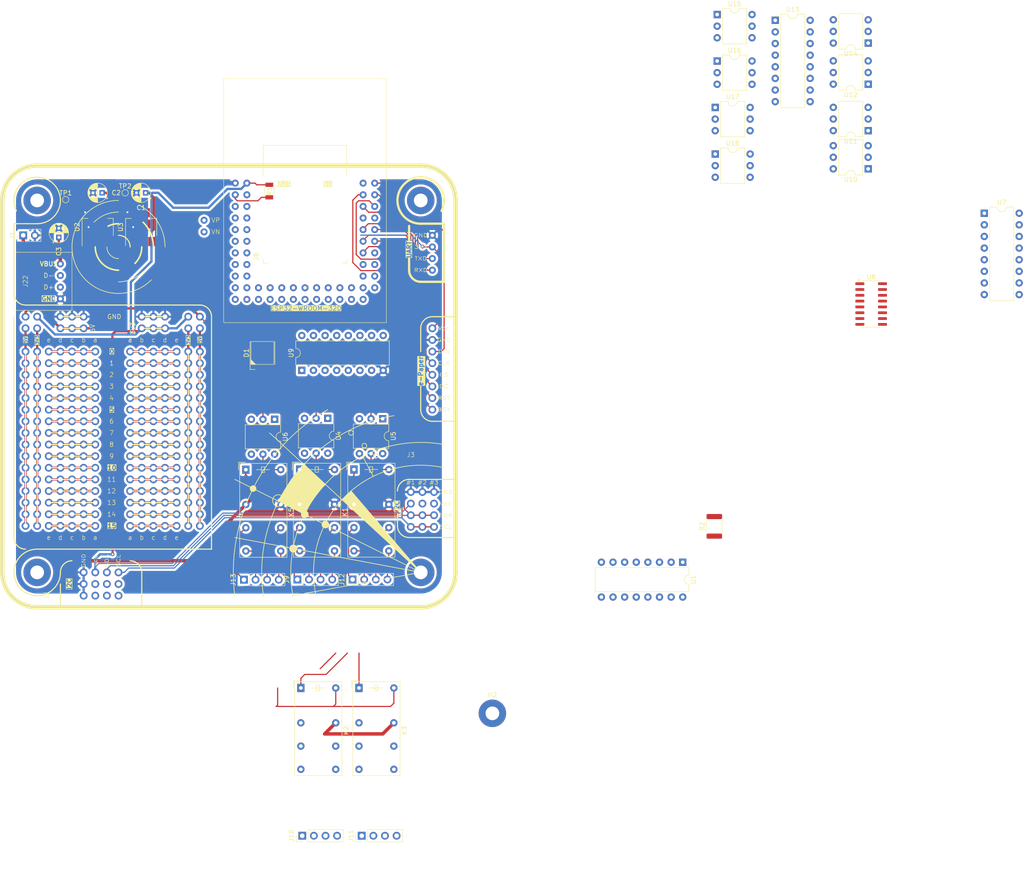
<source format=kicad_pcb>
(kicad_pcb (version 20240108) (generator "pcbnew") (generator_version "8.0")
  (title_block (title "ESP32-WROOM-32D Automation Board") (date "2024-01-15") (rev "v1.10") (company "CEGEP Heritage College") (comment 1 "Alexander Bobkov"))
  (layers (0 "F.Cu" signal) (31 "B.Cu" signal) (34 "B.Paste" user) (35 "F.Paste" user) (36 "B.SilkS" user "B.Silkscreen") (37 "F.SilkS" user "F.Silkscreen") (38 "B.Mask" user) (39 "F.Mask" user) (44 "Edge.Cuts" user))
  (net 0 "")
  (net 1 "Net-(J5-IO22)")
  (net 2 "Net-(J5-IO21)")
  (net 3 "Net-(J5-IO4)")
  (net 4 "Net-(J5-IO18)")
  (net 5 "Net-(J5-IO5)")
  (net 6 "Net-(J5-IO17)")
  (net 7 "Net-(J5-IO23)")
  (net 8 "Net-(J5-IO16)")
  (net 9 "Net-(J5-IO34)")
  (net 10 "Net-(J5-IO35)")
  (net 11 "Net-(J5-IO32)")
  (net 12 "Net-(J5-IO33)")
  (net 13 "Net-(J8-RXD0)")
  (net 14 "Net-(J5-IO25)")
  (net 15 "Net-(J5-IO26)")
  (net 16 "+3V3")
  (net 17 "GND")
  (net 18 "+5V")
  (net 19 "Net-(J5-IO27)")
  (net 20 "Net-(J5-IO14)")
  (net 21 "Net-(J5-IO12)")
  (net 22 "Net-(J5-IO0)")
  (net 23 "Net-(J5-IO19)")
  (net 24 "Net-(J5-EN)")
  (net 25 "Net-(J7-SENSOR_VP)")
  (net 26 "Net-(J7-SENSOR_VN)")
  (net 27 "Net-(J8-TXD0)")
  (net 28 "Net-(U1-O1)")
  (net 29 "Net-(D1-AB)")
  (net 30 "Net-(U4-Pad2)")
  (net 39 "Net-(J9-Pin_1)")
  (net 40 "Net-(J9-Pin_2)")
  (net 41 "Net-(J9-Pin_3)")
  (net 42 "Net-(J9-Pin_4)")
  (net 43 "Net-(U1-O2)")
  (net 44 "Net-(J10-Pin_1)")
  (net 45 "Net-(J10-Pin_2)")
  (net 46 "Net-(J10-Pin_3)")
  (net 47 "Net-(J10-Pin_4)")
  (net 48 "Net-(J11-Pin_1)")
  (net 49 "Net-(J11-Pin_2)")
  (net 50 "Net-(J11-Pin_3)")
  (net 51 "Net-(J11-Pin_4)")
  (net 52 "Net-(U5-Pad2)")
  (net 53 "VDC")
  (net 54 "Net-(J12-Pin_1)")
  (net 55 "Net-(J12-Pin_2)")
  (net 56 "Net-(J12-Pin_3)")
  (net 57 "Net-(J12-Pin_4)")
  (net 58 "Net-(K1-PadA2)")
  (net 59 "Net-(K4-PadA2)")
  (net 60 "unconnected-(U1-O3-Pad14)")
  (net 67 "Net-(J13-Pin_1)")
  (net 68 "Net-(J13-Pin_2)")
  (net 69 "Net-(J13-Pin_3)")
  (net 70 "Net-(J13-Pin_4)")
  (net 71 "Net-(K5-PadA2)")
  (net 112 "/SW5")
  (net 115 "/SW8")
  (net 116 "/SW7")
  (net 117 "/SW4")
  (net 119 "/SW6")
  (net 124 "Net-(R3-Pad1)")
  (net 125 "Net-(R4-Pad1)")
  (net 127 "Net-(R5-Pad1)")
  (net 134 "/I1")
  (net 135 "/I2")
  (net 136 "/I3")
  (net 146 "Net-(R6-Pad1)")
  (net 147 "/I4")
  (net 149 "Net-(R7-Pad1)")
  (net 151 "/I5")
  (net 154 "/I6")
  (net 155 "Net-(R8-Pad1)")
  (net 158 "/I7")
  (net 160 "Net-(R9-Pad1)")
  (net 163 "/I8")
  (net 164 "Net-(R10-Pad1)")
  (net 165 "/SW1")
  (footprint "Alexander Footprint Library:USB-C" (layer "F.Cu") (at 35.5475 82.45)
    (property "Reference" "J22")
    (property "Value" "USB-C")
  )
  (footprint "Connector_PinHeader_2.54mm:PinHeader_1x04_P2.54mm_Vertical" (layer "F.Cu") (at 101.95 141.25 90)
    (property "Reference" "J12")
    (property "Value" "Conn_01x04_Socket")
  )
  (footprint "Package_DIP:DIP-16_W7.62mm" (layer "F.Cu") (at 174.1 137.47 -90)
    (property "Reference" "U1")
    (property "Value" "ULN2003")
  )
  (footprint "Package_DIP:DIP-6_W7.62mm" (layer "F.Cu") (at 96.525 106.04 -90)
    (property "Reference" "U4")
    (property "Value" "4N35")
  )
  (footprint "Package_SO:SOIC-16_3.9x9.9mm_P1.27mm" (layer "F.Cu") (at 215.275 81.055)
    (property "Reference" "U8")
    (property "Value" "CH343G")
  )
  (footprint "Package_DIP:DIP-6_W7.62mm" (layer "F.Cu") (at 214.62 51.525 180)
    (property "Reference" "U10")
    (property "Value" "4N35")
  )
  (footprint "Relay_THT:Relay_DPDT_Finder_30.22" (layer "F.Cu") (at 102.25 117.22 -90)
    (property "Reference" "K4")
    (property "Value" "Relay_DPDT")
  )
  (footprint "MountingHole:MountingHole_3mm_Pad_TopBottom" (layer "F.Cu") (at 33.02 139.7)
    (property "Reference" "H1" (hide yes))
    (property "Value" "MountingHole")
  )
  (footprint "Package_TO_SOT_SMD:SOT-223-3_TabPin2" (layer "F.Cu") (at 55.75 64.25 90)
    (property "Reference" "U3")
    (property "Value" "MAX1726EUK33")
  )
  (footprint "Alexander Footprints Library:Conn_UART" (layer "F.Cu") (at 119.38 58.42)
    (property "Reference" "J6" (hide yes))
    (property "Value" "UART")
  )
  (footprint "MountingHole:MountingHole_3mm_Pad_TopBottom" (layer "F.Cu") (at 116.84 139.7)
    (property "Reference" "H1" (hide yes))
    (property "Value" "MountingHole")
  )
  (footprint "Package_DIP:DIP-6_W7.62mm" (layer "F.Cu") (at 181.62 17.795)
    (property "Reference" "U15")
    (property "Value" "4N35")
  )
  (footprint "Capacitor_THT:CP_Radial_D4.0mm_P2.00mm" (layer "F.Cu") (at 37.75 66.5 90)
    (property "Reference" "C3")
    (property "Value" "1uF")
  )
  (footprint "Capacitor_THT:CP_Radial_D4.0mm_P2.00mm" (layer "F.Cu") (at 47.2226 56.75 180)
    (property "Reference" "C2")
    (property "Value" "1uF")
  )
  (footprint "Alexander Footprints Library:STA_RMCF1206_STP-L" (layer "F.Cu") (at 83.75 56.3716 -90)
    (property "Reference" "R1")
    (property "Value" "10K")
  )
  (footprint "Package_DIP:DIP-6_W7.62mm" (layer "F.Cu") (at 214.62 33.005 180)
    (property "Reference" "U12")
    (property "Value" "4N35")
  )
  (footprint "MountingHole:MountingHole_3mm_Pad_TopBottom" (layer "F.Cu") (at 132.5 170.5)
    (property "Reference" "H2")
    (property "Value" "MountingHole")
  )
  (footprint "TestPoint:TestPoint_Pad_D1.0mm" (layer "F.Cu") (at 39.25 58.25)
    (property "Reference" "TP1")
    (property "Value" "VDC")
  )
  (footprint "Package_DIP:DIP-6_W7.62mm" (layer "F.Cu") (at 181.62 27.955)
    (property "Reference" "U16")
    (property "Value" "4N35")
  )
  (footprint "Connector_PinHeader_2.54mm:PinHeader_1x04_P2.54mm_Vertical" (layer "F.Cu") (at 89.88 141.25 90)
    (property "Reference" "J9")
    (property "Value" "Conn_01x04_Socket")
  )
  (footprint "Connector_PinHeader_2.54mm:PinHeader_1x04_P2.54mm_Vertical" (layer "F.Cu") (at 103.95 197.25 90)
    (property "Reference" "J11")
    (property "Value" "Conn_01x04_Socket")
  )
  (footprint "Connector_PinHeader_2.54mm:PinHeader_1x02_P2.54mm_Vertical" (layer "F.Cu") (at 29.975 66.04 90)
    (property "Reference" "J1")
    (property "Value" "PWR")
  )
  (footprint "Alexander Footprints Library:Conn_I2C_3" (layer "F.Cu") (at 35.56 144.78 90)
    (property "Reference" "J2")
    (property "Value" "I2C")
  )
  (footprint "Package_DIP:CERDIP-16_W7.62mm_SideBrazed" (layer "F.Cu") (at 90.86 95.555 90)
    (property "Reference" "U9")
    (property "Value" "74HC165")
  )
  (footprint "Package_DIP:DIP-6_W7.62mm" (layer "F.Cu") (at 214.62 43.165 180)
    (property "Reference" "U11")
    (property "Value" "4N35")
  )
  (footprint "TestPoint:TestPoint_Pad_D1.0mm" (layer "F.Cu") (at 52.25 56.75)
    (property "Reference" "TP2")
    (property "Value" "GND")
  )
  (footprint "Package_DIP:DIP-6_W7.62mm" (layer "F.Cu") (at 214.62 24.025 180)
    (property "Reference" "U14")
    (property "Value" "4N35")
  )
  (footprint "Capacitor_THT:CP_Radial_D4.0mm_P2.00mm" (layer "F.Cu") (at 56.7226 56.75 180)
    (property "Reference" "C1")
    (property "Value" "1uF")
  )
  (footprint "Package_DIP:CERDIP-16_W7.62mm_SideBrazed" (layer "F.Cu") (at 194.315 19.05)
    (property "Reference" "U13")
    (property "Value" "74HC165")
  )
  (footprint "Package_DIP:DIP-6_W7.62mm" (layer "F.Cu") (at 84.905 106.25 -90)
    (property "Reference" "U6")
    (property "Value" "4N35")
  )
  (footprint "MountingHole:MountingHole_3mm_Pad_TopBottom" (layer "F.Cu") (at 33.02 58.42)
    (property "Reference" "H3" (hide yes))
    (property "Value" "MountingHole")
  )
  (footprint "Resistor_SMD:R_1812_4532Metric" (layer "F.Cu") (at 181 129.6375 90)
    (property "Reference" "R2")
    (property "Value" "4k7")
  )
  (footprint "Package_TO_SOT_SMD:SOT-223-3_TabPin2" (layer "F.Cu") (at 46.25 64.25 90)
    (property "Reference" "U2")
    (property "Value" "MAX1726EUK50")
  )
  (footprint "Package_DIP:CERDIP-16_W7.62mm_SideBrazed" (layer "F.Cu") (at 240 61.21)
    (property "Reference" "U7")
    (property "Value" "74LS595")
  )
  (footprint "Alexander Footprints Library:Conn_ePaper" (layer "F.Cu") (at 119.38 81.28)
    (property "Reference" "J4" (hide yes))
    (property "Value" "e-Paper")
  )
  (footprint "MountingHole:MountingHole_3mm_Pad_TopBottom" (layer "F.Cu") (at 116.84 58.42)
    (property "Reference" "H4" (hide yes))
    (property "Value" "MountingHole")
  )
  (footprint "Alexander Footprints Library:Conn_I2C_3" (layer "F.Cu") (at 114.67 114.51)
    (property "Reference" "J3")
    (property "Value" "I2C")
  )
  (footprint "Package_DIP:DIP-6_W7.62mm" (layer "F.Cu") (at 181.2 38.1)
    (property "Reference" "U17")
    (property "Value" "4N35")
  )
  (footprint "Relay_THT:Relay_DPDT_Finder_30.22" (layer "F.Cu") (at 90.65 164.96 -90)
    (property "Reference" "K2")
    (property "Value" "Relay_DPDT")
  )
  (footprint "Alexander Footprints Library:BreadBoard_15x12" (layer "F.Cu") (at 27.94 134.62)
    (property "Reference" "BRD_15x1" (hide yes))
    (property "Value" "BreadBoard_15x12")
  )
  (footprint "Package_DIP:DIP-6_W7.62mm" (layer "F.Cu") (at 108.525 106.12 -90)
    (property "Reference" "U5")
    (property "Value" "4N35")
  )
  (footprint "Connector_PinHeader_2.54mm:PinHeader_1x04_P2.54mm_Vertical" (layer "F.Cu") (at 78.2 141.3 90)
    (property "Reference" "J13")
    (property "Value" "Conn_01x04_Socket")
  )
  (footprint "Relay_THT:Relay_DPDT_Finder_30.22" (layer "F.Cu") (at 90.38 117.22 -90)
    (property "Reference" "K1")
    (property "Value" "Relay_DPDT")
  )
  (footprint "Alexander Footprints Library:ESP32_PADS_VN-VP" (layer "F.Cu") (at 69.5 70.37)
    (property "Reference" "J7" (hide yes))
    (property "Value" "~" (hide yes))
  )
  (footprint "Connector_PinHeader_2.54mm:PinHeader_1x04_P2.54mm_Vertical" (layer "F.Cu") (at 90.95 197.25 90)
    (property "Reference" "J10")
    (property "Value" "Conn_01x04_Socket")
  )
  (footprint "Package_DIP:DIP-6_W7.62mm" (layer "F.Cu") (at 181.2 48.275)
    (property "Reference" "U18")
    (property "Value" "4N35")
  )
  (footprint "Alexander Footprints Library:ESP32-WROOM-Adapter-Socket" (layer "F.Cu") (at 91.55 62.26)
    (property "Reference" "J8")
    (property "Value" "~")
  )
  (footprint "LED_SMD:LED_5050-6" (layer "F.Cu") (at 82.25 91.75 90)
    (property "Reference" "D1")
    (property "Value" "LED_SMD_5050")
  )
  (footprint "Relay_THT:Relay_DPDT_Finder_30.22" (layer "F.Cu") (at 78.63 117.25 -90)
    (property "Reference" "K5")
    (property "Value" "Relay_DPDT")
  )
  (footprint "Relay_THT:Relay_DPDT_Finder_30.22" (layer "F.Cu") (at 103.35 164.96 -90)
    (property "Reference" "K3")
    (property "Value" "Relay_DPDT")
  )
  (gr_line (start 114.3 119.38) (end 124.46 119.38) (stroke (width 0.25)) (layer "F.SilkS"))
  (gr_arc (start 38.1 139.7) (mid 29.427898 143.292102) (end 33.02 134.62) (stroke (width 0.25)) (layer "F.SilkS"))
  (gr_line (start 55.88 139.7) (end 55.88 147.32) (stroke (width 0.25)) (layer "F.SilkS"))
  (gr_line (start 68.58 81.28) (end 30.48 81.28) (stroke (width 0.25)) (layer "F.SilkS"))
  (gr_line (start 124.466228 58.42) (end 124.46 139.7) (stroke (width 1)) (layer "F.SilkS"))
  (gr_line (start 114.3 64) (end 114.3 67.25) (stroke (width 0.5)) (layer "F.SilkS"))
  (gr_arc (start 68.58 81.28) (mid 70.376051 82.023949) (end 71.12 83.82) (stroke (width 0.25)) (layer "F.SilkS"))
  (gr_line (start 116.84 104.14) (end 116.84 99.06) (stroke (width 0.25)) (layer "F.SilkS"))
  (gr_arc (start 116.531846 50.8) (mid 122.122486 52.919572) (end 124.466228 58.42) (stroke (width 1)) (layer "F.SilkS"))
  (gr_line (start 33.02 147.32) (end 116.84 147.32) (stroke (width 1)) (layer "F.SilkS"))
  (gr_line (start 119.38 106.68) (end 124.46 106.68) (stroke (width 0.25)) (layer "F.SilkS"))
  (gr_line (start 27.94 63.5) (end 33.02 63.5) (stroke (width 0.25)) (layer "F.SilkS"))
  (gr_line (start 116.84 86.36) (end 116.84 91.44) (stroke (width 0.25)) (layer "F.SilkS"))
  (gr_circle (center 107.03 114.25) (end 107.03 113.75) (stroke (width 0.15)) (fill none) (layer "F.SilkS"))
  (gr_arc (start 124.46 139.7) (mid 122.228154 145.088154) (end 116.84 147.32) (stroke (width 1)) (layer "F.SilkS"))
  (gr_line (start 55.88 147.32) (end 40.64 147.32) (stroke (width 0.15)) (layer "F.SilkS"))
  (gr_arc (start 68.58 81.28) (mid 70.376051 82.023949) (end 71.12 83.82) (stroke (width 0.15)) (layer "F.SilkS"))
  (gr_circle (center 96 129.25) (end 96.75 129.25) (stroke (width 0.15)) (fill solid) (layer "F.SilkS"))
  (gr_arc (start 116.84 76.2) (mid 115.043949 75.456051) (end 114.3 73.66) (stroke (width 0.5)) (layer "F.SilkS"))
  (gr_line (start 119.38 83.82) (end 124.46 83.82) (stroke (width 0.25)) (layer "F.SilkS"))
  (gr_line (start 116.84 139.7) (end 83.82 109.22) (stroke (width 0.15)) (layer "F.SilkS"))
  (gr_arc (start 82.5 145) (mid 88.646929 119.390487) (end 110.991322 105.449182) (stroke (width 0.15)) (layer "F.SilkS"))
  (gr_arc (start 45.411846 63.191846) (mid 47.883952 61.540038) (end 50.8 60.96) (stroke (width 0.15)) (layer "F.SilkS"))
  (gr_line (start 116.84 139.7) (end 76.2 119.38) (stroke (width 0.15)) (layer "F.SilkS"))
  (gr_arc (start 30.48 81.28) (mid 28.683949 80.536051) (end 27.94 78.74) (stroke (width 0.25)) (layer "F.SilkS"))
  (gr_line (start 114.3 132.08) (end 124.46 132.08) (stroke (width 0.25)) (layer "F.SilkS"))
  (gr_circle (center 91.5 127) (end 92.25 127) (stroke (width 0.15)) (fill solid) (layer "F.SilkS"))
  (gr_poly (pts (xy 99.75 123.75) (xy 101.6 121.92) (xy 116.84 139.7)) (stroke (width 0.15)) (fill solid) (layer "F.SilkS"))
  (gr_arc (start 48.528155 64.03631) (mid 49.632855 63.635895) (end 50.8 63.5) (stroke (width 0.35)) (layer "F.SilkS"))
  (gr_arc (start 57.984205 75.764205) (mid 41.413384 72.468064) (end 50.8 58.42) (stroke (width 0.15)) (layer "F.SilkS"))
  (gr_arc (start 53.34 137.16) (mid 55.136051 137.903949) (end 55.88 139.7) (stroke (width 0.25)) (layer "F.SilkS"))
  (gr_arc (start 111.76 121.92) (mid 112.503949 120.123949) (end 114.3 119.38) (stroke (width 0.25)) (layer "F.SilkS"))
  (gr_line (start 27.94 78.74) (end 27.94 63.5) (stroke (width 0.25)) (layer "F.SilkS"))
  (gr_arc (start 38.1 139.7) (mid 38.843949 137.903949) (end 40.64 137.16) (stroke (width 0.25)) (layer "F.SilkS"))
  (gr_line (start 111.76 129.54) (end 111.76 127) (stroke (width 0.25)) (layer "F.SilkS"))
  (gr_arc (start 88.9 144.78) (mid 96.759537 119.619537) (end 121.92 111.76) (stroke (width 0.15)) (layer "F.SilkS"))
  (gr_arc (start 50.8 71.12) (mid 49.003949 70.376051) (end 48.26 68.58) (stroke (width 0.15)) (layer "F.SilkS"))
  (gr_arc (start 55.88 68.58) (mid 55.493308 70.524032) (end 54.392102 72.172102) (stroke (width 0.35)) (layer "F.SilkS"))
  (gr_line (start 38.1 147.32) (end 38.1 142.24) (stroke (width 0.25)) (layer "F.SilkS"))
  (gr_arc (start 50.8 73.66) (mid 47.207898 72.172102) (end 45.72 68.58) (stroke (width 0.35)) (layer "F.SilkS"))
  (gr_arc (start 38.1 58.42) (mid 36.612102 62.012102) (end 33.02 63.5) (stroke (width 0.25)) (layer "F.SilkS"))
  (gr_line (start 33.02 134.62) (end 71.12 134.62) (stroke (width 0.25)) (layer "F.SilkS"))
  (gr_arc (start 76.2 144.78) (mid 80.207599 121.3838) (end 96.52 104.14) (stroke (width 0.15)) (layer "F.SilkS"))
  (gr_arc (start 50.8 66.04) (mid 52.596051 66.783949) (end 53.34 68.58) (stroke (width 0.25)) (layer "F.SilkS"))
  (gr_line (start 27.94 83.82) (end 27.94 132.08) (stroke (width 0.25)) (layer "F.SilkS"))
  (gr_arc (start 119.38 106.68) (mid 117.583949 105.936051) (end 116.84 104.14) (stroke (width 0.25)) (layer "F.SilkS"))
  (gr_poly (pts (xy 85.75 124) (xy 91.5 127) (xy 92.75 124.5) (xy 94 122.75) (xy 95.25 121.25) (xy 96 120.5) (xy 91.25 116) (xy 88.5 119.5)) (stroke (width 0.15)) (fill solid) (layer "F.SilkS"))
  (gr_line (start 114.3 73.66) (end 114.3 71.12) (stroke (width 0.5)) (layer "F.SilkS"))
  (gr_circle (center 80.207599 121.3838) (end 80.842816 121.3838) (stroke (width 0.15)) (fill solid) (layer "F.SilkS"))
  (gr_line (start 116.84 139.7) (end 88.9 144.78) (stroke (width 0.15)) (layer "F.SilkS"))
  (gr_arc (start 116.84 86.36) (mid 117.583949 84.563949) (end 119.38 83.82) (stroke (width 0.25)) (layer "F.SilkS"))
  (gr_arc (start 56.188154 63.191846) (mid 57.839962 65.663952) (end 58.42 68.58) (stroke (width 0.35)) (layer "F.SilkS"))
  (gr_line (start 116.84 139.7) (end 101.6 121.92) (stroke (width 0.15)) (layer "F.SilkS"))
  (gr_line (start 121.92 63.499999) (end 121.92 76.2) (stroke (width 0.5)) (layer "F.SilkS"))
  (gr_arc (start 93.980001 144.78) (mid 100.281227 123.141227) (end 121.92 116.840001) (stroke (width 0.15)) (layer "F.SilkS"))
  (gr_circle (center 85.75 124) (end 86 125.25) (stroke (width 0.15)) (fill none) (layer "F.SilkS"))
  (gr_circle (center 101.6 109.22) (end 101.78 108.75) (stroke (width 0.15)) (fill none) (layer "F.SilkS"))
  (gr_line (start 116.84 63.5) (end 121.92 63.499999) (stroke (width 0.5)) (layer "F.SilkS"))
  (gr_circle (center 89 134.5) (end 89.790569 134.5) (stroke (width 0.15)) (fill solid) (layer "F.SilkS"))
  (gr_line (start 71.12 83.82) (end 71.12 134.62) (stroke (width 0.25)) (layer "F.SilkS"))
  (gr_arc (start 33.02 147.32) (mid 27.631846 145.088154) (end 25.4 139.7) (stroke (width 1)) (layer "F.SilkS"))
  (gr_circle (center 104.53 112) (end 104.53 111.5) (stroke (width 0.15)) (fill none) (layer "F.SilkS"))
  (gr_arc (start 28.47631 60.691845) (mid 31.852856 53.475894) (end 38.1 58.42) (stroke (width 0.25)) (layer "F.SilkS"))
  (gr_circle (center 88.9 144.78) (end 88.9 144.78) (stroke (width 0.15)) (fill none) (layer "F.SilkS"))
  (gr_arc (start 116.84 63.5) (mid 114.169286 54.098694) (end 121.38369 60.691845) (stroke (width 0.5)) (layer "F.SilkS"))
  (gr_arc (start 25.4 58.42) (mid 27.631846 53.031846) (end 33.02 50.8) (stroke (width 1)) (layer "F.SilkS"))
  (gr_arc (start 56.188154 73.968154) (mid 53.716048 75.619962) (end 50.8 76.2) (stroke (width 0.15)) (layer "F.SilkS"))
  (gr_line (start 106.5 118.75) (end 104.14 114.3) (stroke (width 0.15)) (layer "F.SilkS"))
  (gr_line (start 116.84 139.7) (end 76.2 132.08) (stroke (width 0.15)) (layer "F.SilkS"))
  (gr_arc (start 55.34369 59.49262) (mid 59.442612 63.238572) (end 60.96 68.58) (stroke (width 0.15)) (layer "F.SilkS"))
  (gr_arc (start 30.48 134.62) (mid 28.683949 133.876051) (end 27.94 132.08) (stroke (width 0.25)) (layer "F.SilkS"))
  (gr_line (start 116.84 76.2) (end 121.92 76.2) (stroke (width 0.5)) (layer "F.SilkS"))
  (gr_arc (start 114.3 132.08) (mid 112.503949 131.336051) (end 111.76 129.54) (stroke (width 0.25)) (layer "F.SilkS"))
  (gr_line (start 25.4 58.42) (end 25.4 139.7) (stroke (width 1)) (layer "F.SilkS"))
  (gr_line (start 116.531846 50.8) (end 33.02 50.8) (stroke (width 1)) (layer "F.SilkS"))
  (gr_line (start 116.84 50.8) (end 33.02 50.8) (stroke (width 0.1)) (layer "Edge.Cuts"))
  (gr_arc (start 25.4 58.42) (mid 27.631846 53.031846) (end 33.02 50.8) (stroke (width 0.1)) (layer "Edge.Cuts"))
  (gr_arc (start 33.02 147.32) (mid 27.631846 145.088154) (end 25.4 139.7) (stroke (width 0.1)) (layer "Edge.Cuts"))
  (gr_line (start 124.46 58.42) (end 124.46 139.7) (stroke (width 0.1)) (layer "Edge.Cuts"))
  (gr_line (start 25.4 58.42) (end 25.4 139.7) (stroke (width 0.1)) (layer "Edge.Cuts"))
  (gr_arc (start 116.84 50.8) (mid 122.228154 53.031846) (end 124.46 58.42) (stroke (width 0.1)) (layer "Edge.Cuts"))
  (gr_line (start 116.84 147.32) (end 33.02 147.32) (stroke (width 0.1)) (layer "Edge.Cuts"))
  (gr_arc (start 124.46 139.7) (mid 122.228154 145.088154) (end 116.84 147.32) (stroke (width 0.1)) (layer "Edge.Cuts"))
  (gr_text "5V" (at 96.5 54.25 0) (layer "F.SilkS" knockout) (effects (font (size 1 1) (thickness 0.125)) (justify top)))
  (gr_text "3V3" (at 87 54.25 0) (layer "F.SilkS" knockout) (effects (font (size 1 1) (thickness 0.125)) (justify top)))
  (segment (start 80.55 89.35) (end 83.95 89.35) (width 0.25) (layer "F.Cu") (net 0))
  (segment (start 111.75 73.75) (end 103.75 73.75) (width 0.25) (layer "F.Cu") (net 1))
  (segment (start 114.67 129.75) (end 119.75 129.75) (width 0.25) (layer "F.Cu") (net 1))
  (segment (start 112.75 127.83) (end 112.75 74.75) (width 0.25) (layer "F.Cu") (net 1))
  (segment (start 103.75 73.75) (end 102 72) (width 0.25) (layer "F.Cu") (net 1))
  (segment (start 102 58.35237) (end 103.17237 57.18) (width 0.25) (layer "F.Cu") (net 1))
  (segment (start 102 72) (end 102 58.35237) (width 0.25) (layer "F.Cu") (net 1))
  (segment (start 103.17237 57.18) (end 104.25 57.18) (width 0.25) (layer "F.Cu") (net 1))
  (segment (start 114.67 129.75) (end 112.75 127.83) (width 0.25) (layer "F.Cu") (net 1))
  (segment (start 112.75 74.75) (end 111.75 73.75) (width 0.25) (layer "F.Cu") (net 1))
  (segment (start 112.67 127.75) (end 74 127.75) (width 0.25) (layer "B.Cu") (net 1))
  (segment (start 53 138.75) (end 52.05 139.7) (width 0.25) (layer "B.Cu") (net 1))
  (segment (start 114.67 129.75) (end 112.67 127.75) (width 0.25) (layer "B.Cu") (net 1))
  (segment (start 63 138.75) (end 53 138.75) (width 0.25) (layer "B.Cu") (net 1))
  (segment (start 74 127.75) (end 63 138.75) (width 0.25) (layer "B.Cu") (net 1))
  (segment (start 52.05 139.7) (end 50.8 139.7) (width 0.25) (layer "B.Cu") (net 1))
  (segment (start 112.8 73.868376) (end 112.8 71.8) (width 0.25) (layer "F.Cu") (net 2))
  (segment (start 103.75 71.25) (end 102.75 70.25) (width 0.25) (layer "F.Cu") (net 2))
  (segment (start 113.25 74.318376) (end 112.8 73.868376) (width 0.25) (layer "F.Cu") (net 2))
  (segment (start 114.67 127.21) (end 119.75 127.21) (width 0.25) (layer "F.Cu") (net 2))
  (segment (start 112.8 71.8) (end 112.25 71.25) (width 0.25) (layer "F.Cu") (net 2))
  (segment (start 114.67 127.21) (end 113.25 125.79) (width 0.25) (layer "F.Cu") (net 2))
  (segment (start 102.75 59) (end 103.25 58.5) (width 0.25) (layer "F.Cu") (net 2))
  (segment (start 103.25 58.5) (end 105.57 58.5) (width 0.25) (layer "F.Cu") (net 2))
  (segment (start 102.75 70.25) (end 102.75 59) (width 0.25) (layer "F.Cu") (net 2))
  (segment (start 113.25 125.79) (end 113.25 74.318376) (width 0.25) (layer "F.Cu") (net 2))
  (segment (start 105.57 58.5) (end 106.79 59.72) (width 0.25) (layer "F.Cu") (net 2))
  (segment (start 112.25 71.25) (end 103.75 71.25) (width 0.25) (layer "F.Cu") (net 2))
  (segment (start 48.26 139.7) (end 48.26 138.99) (width 0.25) (layer "B.Cu") (net 2))
  (segment (start 48.26 138.99) (end 49 138.25) (width 0.25) (layer "B.Cu") (net 2))
  (segment (start 114.63 127.25) (end 114.67 127.21) (width 0.25) (layer "B.Cu") (net 2))
  (segment (start 62.792893 138.25) (end 73.792893 127.25) (width 0.25) (layer "B.Cu") (net 2))
  (segment (start 49 138.25) (end 62.792893 138.25) (width 0.25) (layer "B.Cu") (net 2))
  (segment (start 73.792893 127.25) (end 114.63 127.25) (width 0.25) (layer "B.Cu") (net 2))
  (segment (start 113.25 69.375) (end 112.375 68.5) (width 0.25) (layer "F.Cu") (net 3))
  (segment (start 105.48 68.5) (end 104.14 69.84) (width 0.25) (layer "F.Cu") (net 3))
  (segment (start 113.3 73.66127) (end 113.3 71.592893) (width 0.25) (layer "F.Cu") (net 3))
  (segment (start 113.3 71.592893) (end 113.25 71.542894) (width 0.25) (layer "F.Cu") (net 3))
  (segment (start 119.38 104.14) (end 116 100.76) (width 0.25) (layer "F.Cu") (net 3))
  (segment (start 116 100.76) (end 116 76.361269) (width 0.25) (layer "F.Cu") (net 3))
  (segment (start 113.25 71.542894) (end 113.25 69.375) (width 0.25) (layer "F.Cu") (net 3))
  (segment (start 112.375 68.5) (end 105.48 68.5) (width 0.25) (layer "F.Cu") (net 3))
  (segment (start 116 76.361269) (end 113.3 73.66127) (width 0.25) (layer "F.Cu") (net 3))
  (segment (start 115.250002 68.54658) (end 115.25 68.546575) (width 0.25) (layer "F.Cu") (net 4))
  (segment (start 115.05 66.05) (end 112.5 63.5) (width 0.25) (layer "F.Cu") (net 4))
  (segment (start 115.299992 70.764445) (end 115.25 70.714454) (width 0.25) (layer "F.Cu") (net 4))
  (segment (start 115.3 72.832846) (end 115.3 72.421315) (width 0.25) (layer "F.Cu") (net 4))
  (segment (start 115.200002 67.578686) (end 115.2 67.578681) (width 0.25) (layer "F.Cu") (net 4))
  (segment (start 119.38 93.98) (end 118 92.6) (width 0.25) (layer "F.Cu") (net 4))
  (segment (start 115.15 66.235787) (end 115.1 66.185787) (width 0.25) (layer "F.Cu") (net 4))
  (segment (start 115.05 66.092893) (end 115.05 66.05) (width 0.25) (layer "F.Cu") (net 4))
  (segment (start 115.1 66.185787) (end 115.1 66.142894) (width 0.25) (layer "F.Cu") (net 4))
  (segment (start 115.2 67.578681) (end 115.15 67.528681) (width 0.25) (layer "F.Cu") (net 4))
  (segment (start 112.5 63.5) (end 105.4 63.5) (width 0.25) (layer "F.Cu") (net 4))
  (segment (start 115.25 68.546575) (end 115.200001 68.496576) (width 0.25) (layer "F.Cu") (net 4))
  (segment (start 115.299997 70.764459) (end 115.299992 70.764445) (width 0.25) (layer "F.Cu") (net 4))
  (segment (start 115.200001 68.496576) (end 115.200002 67.578686) (width 0.25) (layer "F.Cu") (net 4))
  (segment (start 115.1 66.142894) (end 115.05 66.092893) (width 0.25) (layer "F.Cu") (net 4))
  (segment (start 118 92.6) (end 118 75.532845) (width 0.25) (layer "F.Cu") (net 4))
  (segment (start 105.4 63.5) (end 104.14 64.76) (width 0.25) (layer "F.Cu") (net 4))
  (segment (start 115.15 67.528681) (end 115.150002 66.235792) (width 0.25) (layer "F.Cu") (net 4))
  (segment (start 115.150002 66.235792) (end 115.15 66.235787) (width 0.25) (layer "F.Cu") (net 4))
  (segment (start 115.25 70.714454) (end 115.250002 68.54658) (width 0.25) (layer "F.Cu") (net 4))
  (segment (start 115.300005 72.42131) (end 115.299997 70.764459) (width 0.25) (layer "F.Cu") (net 4))
  (segment (start 118 75.532845) (end 115.3 72.832846) (width 0.25) (layer "F.Cu") (net 4))
  (segment (start 115.3 72.421315) (end 115.300005 72.42131) (width 0.25) (layer "F.Cu") (net 4))
  (segment (start 114.65 66.442894) (end 114.6 66.392893) (width 0.25) (layer "F.Cu") (net 5))
  (segment (start 113.01 64.76) (end 106.68 64.76) (width 0.25) (layer "F.Cu") (net 5))
  (segment (start 114.75 68.753681) (end 114.7 68.703681) (width 0.25) (layer "F.Cu") (net 5))
  (segment (start 114.6 66.35) (end 113.01 64.76) (width 0.25) (layer "F.Cu") (net 5))
  (segment (start 117.5 94.64) (end 117.5 75.739951) (width 0.25) (layer "F.Cu") (net 5))
  (segment (start 114.750002 68.753686) (end 114.75 68.753681) (width 0.25) (layer "F.Cu") (net 5))
  (segment (start 114.799998 70.971568) (end 114.799994 70.971564) (width 0.25) (layer "F.Cu") (net 5))
  (segment (start 114.8 73.039952) (end 114.8 72.214209) (width 0.25) (layer "F.Cu") (net 5))
  (segment (start 114.799994 70.971557) (end 114.75 70.921564) (width 0.25) (layer "F.Cu") (net 5))
  (segment (start 114.7 68.703681) (end 114.700002 67.785792) (width 0.25) (layer "F.Cu") (net 5))
  (segment (start 114.7 67.785787) (end 114.65 67.735787) (width 0.25) (layer "F.Cu") (net 5))
  (segment (start 114.800004 72.214205) (end 114.799998 70.971568) (width 0.25) (layer "F.Cu") (net 5))
  (segment (start 114.6 66.392893) (end 114.6 66.35) (width 0.25) (layer "F.Cu") (net 5))
  (segment (start 117.5 75.739951) (end 114.8 73.039952) (width 0.25) (layer "F.Cu") (net 5))
  (segment (start 114.799994 70.971564) (end 114.799994 70.971557) (width 0.25) (layer "F.Cu") (net 5))
  (segment (start 114.75 70.921564) (end 114.750002 68.753686) (width 0.25) (layer "F.Cu") (net 5))
  (segment (start 114.700002 67.785792) (end 114.7 67.785787) (width 0.25) (layer "F.Cu") (net 5))
  (segment (start 114.8 72.214209) (end 114.800004 72.214205) (width 0.25) (layer "F.Cu") (net 5))
  (segment (start 119.38 96.52) (end 117.5 94.64) (width 0.25) (layer "F.Cu") (net 5))
  (segment (start 114.65 67.735787) (end 114.65 66.442894) (width 0.25) (layer "F.Cu") (net 5))
  (segment (start 114.250002 68.960792) (end 114.25 68.960787) (width 0.25) (layer "F.Cu") (net 6))
  (segment (start 114.300003 72.0071) (end 114.299999 71.178677) (width 0.25) (layer "F.Cu") (net 6))
  (segment (start 114.25 71.128674) (end 114.250002 68.960792) (width 0.25) (layer "F.Cu") (net 6))
  (segment (start 114.25 68.960787) (end 114.2 68.910787) (width 0.25) (layer "F.Cu") (net 6))
  (segment (start 114.3 73.247058) (end 114.3 72.007103) (width 0.25) (layer "F.Cu") (net 6))
  (segment (start 117 96.68) (end 117 75.947057) (width 0.25) (layer "F.Cu") (net 6))
  (segment (start 114.2 68.910787) (end 114.2 67.992894) (width 0.25) (layer "F.Cu") (net 6))
  (segment (start 119.38 99.06) (end 117 96.68) (width 0.25) (layer "F.Cu") (net 6))
  (segment (start 114.299996 71.178669) (end 114.25 71.128674) (width 0.25) (layer "F.Cu") (net 6))
  (segment (start 114.15 67.942893) (end 114.15 66.65) (width 0.25) (layer "F.Cu") (net 6))
  (segment (start 114.15 66.65) (end 113.5 66) (width 0.25) (layer "F.Cu") (net 6))
  (segment (start 105.44 66) (end 104.14 67.3) (width 0.25) (layer "F.Cu") (net 6))
  (segment (start 114.2 67.992894) (end 114.15 67.942893) (width 0.25) (layer "F.Cu") (net 6))
  (segment (start 113.5 66) (end 105.44 66) (width 0.25) (layer "F.Cu") (net 6))
  (segment (start 117 75.947057) (end 114.3 73.247058) (width 0.25) (layer "F.Cu") (net 6))
  (segment (start 114.3 72.007103) (end 114.300003 72.0071) (width 0.25) (layer "F.Cu") (net 6))
  (segment (start 114.299999 71.178677) (end 114.299996 71.178669) (width 0.25) (layer "F.Cu") (net 6))
  (segment (start 108.75 55.25) (end 108.14 54.64) (width 0.25) (layer "F.Cu") (net 7))
  (segment (start 121.95 90.8) (end 121.95 65.2) (width 0.25) (layer "F.Cu") (net 7))
  (segment (start 121.31 91.44) (end 121.95 90.8) (width 0.25) (layer "F.Cu") (net 7))
  (segment (start 108.14 54.64) (end 106.79 54.64) (width 0.25) (layer "F.Cu") (net 7))
  (segment (start 116.75 64.75) (end 108.75 56.75) (width 0.25) (layer "F.Cu") (net 7))
  (segment (start 108.75 56.75) (end 108.75 55.25) (width 0.25) (layer "F.Cu") (net 7))
  (segment (start 121.5 64.75) (end 116.75 64.75) (width 0.25) (layer "F.Cu") (net 7))
  (segment (start 119.38 91.44) (end 121.31 91.44) (width 0.25) (layer "F.Cu") (net 7))
  (segment (start 121.95 65.2) (end 121.5 64.75) (width 0.25) (layer "F.Cu") (net 7))
  (segment (start 113.8 73.454164) (end 113.8 71.799997) (width 0.25) (layer "F.Cu") (net 8))
  (segment (start 113.7 69.117893) (end 113.7 68.2) (width 0.25) (layer "F.Cu") (net 8))
  (segment (start 113.8 71.799997) (end 113.800002 71.799995) (width 0.25) (layer "F.Cu") (net 8))
  (segment (start 116.5 98.72) (end 116.5 76.154163) (width 0.25) (layer "F.Cu") (net 8))
  (segment (start 113.8 71.385786) (end 113.799998 71.385781) (width 0.25) (layer "F.Cu") (net 8))
  (segment (start 113.799998 71.385781) (end 113.75 71.335784) (width 0.25) (layer "F.Cu") (net 8))
  (segment (start 113.7 68.2) (end 112.8 67.3) (width 0.25) (layer "F.Cu") (net 8))
  (segment (start 113.800002 71.799995) (end 113.8 71.385786) (width 0.25) (layer "F.Cu") (net 8))
  (segment (start 119.38 101.6) (end 116.5 98.72) (width 0.25) (layer "F.Cu") (net 8))
  (segment (start 112.8 67.3) (end 106.68 67.3) (width 0.25) (layer "F.Cu") (net 8))
  (segment (start 116.5 76.154163) (end 113.8 73.454164) (width 0.25) (layer "F.Cu") (net 8))
  (segment (start 113.75 69.167894) (end 113.7 69.117893) (width 0.25) (layer "F.Cu") (net 8))
  (segment (start 113.75 71.335784) (end 113.75 69.167894) (width 0.25) (layer "F.Cu") (net 8))
  (segment (start 110.75 61) (end 105.46 61) (width 0.25) (layer "F.Cu") (net 13))
  (segment (start 115.79999 70.557333) (end 115.75 70.507344) (width 0.25) (layer "F.Cu") (net 13))
  (segment (start 115.79999 71.15762) (end 115.79999 70.557333) (width 0.25) (layer "F.Cu") (net 13))
  (segment (start 115.700001 68.28947) (end 115.700002 67.37158) (width 0.25) (layer "F.Cu") (net 13))
  (segment (start 115.600002 65.978683) (end 115.600002 65.935792) (width 0.25) (layer "F.Cu") (net 13))
  (segment (start 119.38 73.66) (end 118.30237 73.66) (width 0.25) (layer "F.Cu") (net 13))
  (segment (start 115.5 65.75) (end 110.75 61) (width 0.25) (layer "F.Cu") (net 13))
  (segment (start 115.65 66.028681) (end 115.600002 65.978683) (width 0.25) (layer "F.Cu") (net 13))
  (segment (start 115.600002 65.935792) (end 115.6 65.935787) (width 0.25) (layer "F.Cu") (net 13))
  (segment (start 115.55 65.885787) (end 115.55 65.842894) (width 0.25) (layer "F.Cu") (net 13))
  (segment (start 115.75 68.339469) (end 115.700001 68.28947) (width 0.25) (layer "F.Cu") (net 13))
  (segment (start 115.55 65.842894) (end 115.5 65.792893) (width 0.25) (layer "F.Cu") (net 13))
  (segment (start 115.75 70.507344) (end 115.750002 68.339474) (width 0.25) (layer "F.Cu") (net 13))
  (segment (start 105.46 61) (end 104.14 59.68) (width 0.25) (layer "F.Cu") (net 13))
  (segment (start 115.750002 68.339474) (end 115.75 68.339469) (width 0.25) (layer "F.Cu") (net 13))
  (segment (start 115.65 67.321575) (end 115.650002 66.028686) (width 0.25) (layer "F.Cu") (net 13))
  (segment (start 115.7 67.371575) (end 115.65 67.321575) (width 0.25) (layer "F.Cu") (net 13))
  (segment (start 115.5 65.792893) (end 115.5 65.75) (width 0.25) (layer "F.Cu") (net 13))
  (segment (start 115.700002 67.37158) (end 115.7 67.371575) (width 0.25) (layer "F.Cu") (net 13))
  (segment (start 115.6 65.935787) (end 115.55 65.885787) (width 0.25) (layer "F.Cu") (net 13))
  (segment (start 115.650002 66.028686) (end 115.65 66.028681) (width 0.25) (layer "F.Cu") (net 13))
  (segment (start 118.30237 73.66) (end 115.79999 71.15762) (width 0.25) (layer "F.Cu") (net 13))
  (segment (start 49.5 132.12) (end 49.5 135.75) (width 0.5) (layer "F.Cu") (net 16))
  (segment (start 55.24 87) (end 55.88 86.36) (width 0.5) (layer "F.Cu") (net 16))
  (segment (start 49.46 132.08) (end 49.5 132.12) (width 0.5) (layer "F.Cu") (net 16))
  (segment (start 121 84.74) (end 121 70.2) (width 0.25) (layer "F.Cu") (net 16))
  (segment (start 58.5 64.75) (end 58.5 57.75) (width 0.5) (layer "F.Cu") (net 16))
  (segment (start 58 65.25) (end 58.5 64.75) (width 0.5) (layer "F.Cu") (net 16))
  (segment (start 121 70.2) (end 119.38 68.58) (width 0.25) (layer "F.Cu") (net 16))
  (segment (start 119.38 86.36) (end 121 84.74) (width 0.25) (layer "F.Cu") (net 16))
  (segment (start 83.75 55) (end 81 55) (width 0.25) (layer "F.Cu") (net 16))
  (segment (start 58 67.35) (end 58 65.25) (width 0.5) (layer "F.Cu") (net 16))
  (segment (start 81 55) (end 80.64 54.64) (width 0.25) (layer "F.Cu") (net 16))
  (segment (start 117.33 68.58) (end 117.25 68.5) (width 0.25) (layer "F.Cu") (net 16))
  (segment (start 49.46 132.08) (end 49.46 87.665) (width 0.5) (layer "F.Cu") (net 16))
  (segment (start 58.05 67.4) (end 58 67.35) (width 0.5) (layer "F.Cu") (net 16))
  (segment (start 49.46 87.665) (end 50.125 87) (width 0.5) (layer "F.Cu") (net 16))
  (segment (start 58.5 57.75) (end 57.5 56.75) (width 0.5) (layer "F.Cu") (net 16))
  (segment (start 50.125 87) (end 55.24 87) (width 0.5) (layer "F.Cu") (net 16))
  (segment (start 119.38 68.58) (end 117.33 68.58) (width 0.25) (layer "F.Cu") (net 16))
  (segment (start 80.64 54.64) (end 78.85 54.64) (width 0.25) (layer "F.Cu") (net 16))
  (segment (start 57.5 56.75) (end 56.7226 56.75) (width 0.5) (layer "F.Cu") (net 16))
  (via (at 49.5 135.75) (size 0.8) (drill 0.4) (layers "F.Cu" "B.Cu") (net 16))
  (via (at 117.25 68.5) (size 0.8) (drill 0.4) (layers "F.Cu" "B.Cu") (net 16))
  (segment (start 46.75 135.75) (end 45.72 136.78) (width 0.5) (layer "B.Cu") (net 16))
  (segment (start 56.7226 56.75) (end 57.75 56.75) (width 0.5) (layer "B.Cu") (net 16))
  (segment (start 53.5 86.96) (end 52.75 87.71) (width 0.5) (layer "B.Cu") (net 16))
  (segment (start 58.25 56.75) (end 59.5 56.75) (width 0.5) (layer "B.Cu") (net 16))
  (segment (start 63.5 86.36) (end 55.88 86.36) (width 0.5) (layer "B.Cu") (net 16))
  (segment (start 77.588 55.902) (end 78.85 54.64) (width 0.5) (layer "B.Cu") (net 16))
  (segment (start 58 71.75) (end 53.5 76.25) (width 0.5) (layer "B.Cu") (net 16))
  (segment (start 58 57) (end 58.25 56.75) (width 0.5) (layer "B.Cu") (net 16))
  (segment (start 112.59 126.75) (end 73.585786 126.75) (width 0.25) (layer "B.Cu") (net 16))
  (segment (start 73.585786 126.75) (end 62.585786 137.75) (width 0.25) (layer "B.Cu") (net 16))
  (segment (start 59.5 56.75) (end 62.762 60.012) (width 0.5) (layer "B.Cu") (net 16))
  (segment (start 66.04 83.82) (end 63.5 86.36) (width 0.5) (layer "B.Cu") (net 16))
  (segment (start 57.75 56.75) (end 58 57) (width 0.5) (layer "B.Cu") (net 16))
  (segment (start 46.47 137.75) (end 45.72 138.5) (width 0.25) (layer "B.Cu") (net 16))
  (segment (start 55.88 86.36) (end 54.53 87.71) (width 0.5) (layer "B.Cu") (net 16))
  (segment (start 62.762 60.012) (end 70.488 60.012) (width 0.5) (layer "B.Cu") (net 16))
  (segment (start 53.5 76.25) (end 53.5 86.96) (width 0.5) (layer "B.Cu") (net 16))
  (segment (start 33.02 83.73) (end 33.02 83.82) (width 0.5) (layer "B.Cu") (net 16))
  (segment (start 36.91 87.71) (end 33.02 83.82) (width 0.5) (layer "B.Cu") (net 16))
  (segment (start 54.53 87.71) (end 36.91 87.71) (width 0.5) (layer "B.Cu") (net 16))
  (segment (start 55.86 86.36) (end 55.88 86.36) (width 0.5) (layer "B.Cu") (net 16))
  (segment (start 103.706374 66) (end 114.75 66) (width 0.25) (layer "B.Cu") (net 16))
  (segment (start 70.488 60.012) (end 74.598 55.902) (width 0.5) (layer "B.Cu") (net 16))
  (segment (start 114.75 66) (end 117.25 68.5) (width 0.25) (layer "B.Cu") (net 16))
  (segment (start 58 57) (end 58 71.75) (width 0.5) (layer "B.Cu") (net 16))
  (segment (start 62.585786 137.75) (end 46.47 137.75) (width 0.25) (layer "B.Cu") (net 16))
  (segment (start 114.67 124.67) (end 112.59 126.75) (width 0.25) (layer "B.Cu") (net 16))
  (segment (start 74.598 55.902) (end 77.588 55.902) (width 0.5) (layer "B.Cu") (net 16))
  (segment (start 49.5 135.75) (end 46.75 135.75) (width 0.5) (layer "B.Cu") (net 16))
  (segment (start 45.72 136.78) (end 45.72 139.7) (width 0.5) (layer "B.Cu") (net 16))
  (segment (start 52.25 56.75) (end 54.7226 56.75) (width 0.25) (layer "F.Cu") (net 17))
  (segment (start 114.51 122.13) (end 114.67 122.13) (width 0.25) (layer "F.Cu") (net 17))
  (segment (start 58.5 83.75) (end 58.57 83.82) (width 0.5) (layer "F.Cu") (net 17))
  (segment (start 40.5 83.75) (end 40.57 83.82) (width 0.5) (layer "F.Cu") (net 17))
  (segment (start 43.25 83.75) (end 43.32 83.82) (width 0.5) (layer "F.Cu") (net 17))
  (segment (start 43.18 83.82) (end 43.25 83.75) (width 0.5) (layer "F.Cu") (net 17))
  (segment (start 56 83.75) (end 56.07 83.82) (width 0.5) (layer "F.Cu") (net 17))
  (segment (start 58.43 83.82) (end 58.5 83.75) (width 0.5) (layer "F.Cu") (net 17))
  (segment (start 55.93 83.82) (end 56 83.75) (width 0.5) (layer "F.Cu") (net 17))
  (segment (start 61 83.75) (end 60.96 83.82) (width 0.5) (layer "F.Cu") (net 17))
  (segment (start 40.43 83.82) (end 40.5 83.75) (width 0.5) (layer "F.Cu") (net 17))
  (via (at 54 64.25) (size 0.8) (drill 0.4) (layers "F.Cu" "B.Cu") (net 17))
  (via (at 52.75 61) (size 0.8) (drill 0.4) (layers "F.Cu" "B.Cu") (net 17))
  (via (at 43.5 61) (size 0.8) (drill 0.4) (layers "F.Cu" "B.Cu") (net 17))
  (via (at 44.25 64.25) (size 0.8) (drill 0.4) (layers "F.Cu" "B.Cu") (net 17))
  (segment (start 76.31 54.64) (end 73 54.64) (width 1) (layer "B.Cu") (net 17))
  (segment (start 72.5 115.75) (end 72.5 118) (width 0.25) (layer "F.Cu") (net 18))
  (segment (start 30.48 82.804) (end 31.496 81.788) (width 0.5) (layer "F.Cu") (net 18))
  (segment (start 43.18 86.36) (end 45.14 86.36) (width 0.5) (layer "F.Cu") (net 18))
  (segment (start 78.63 117.25) (end 78.63 118.38) (width 0.25) (layer "F.Cu") (net 18))
  (segment (start 110.97 168.28) (end 110.25 169) (width 0.25) (layer "F.Cu") (net 18))
  (segment (start 90.38 117.22) (end 90.38 118.13) (width 0.25) (layer "F.Cu") (net 18))
  (segment (start 45.14 86.36) (end 49.5 82) (width 0.5) (layer "F.Cu") (net 18))
  (segment (start 85.57 164.96) (end 85.57 168.68) (width 0.25) (layer "F.Cu") (net 18))
  (segment (start 97.75 169) (end 85.25 169) (width 0.25) (layer "F.Cu") (net 18))
  (segment (start 98.27 168.48) (end 97.75 169) (width 0.25) (layer "F.Cu") (net 18))
  (segment (start 72.5 87.74) (end 68.58 83.82) (width 0.25) (layer "F.Cu") (net 18))
  (segment (start 49.5 82) (end 49.5 70.9) (width 0.5) (layer "F.Cu") (net 18))
  (segment (start 101.75 119) (end 102.25 118.5) (width 0.25) (layer "F.Cu") (net 18))
  (segment (start 78.63 118.38) (end 79.25 119) (width 0.25) (layer "F.Cu") (net 18))
  (segment (start 49.5 70.9) (end 48.55 69.95) (width 0.5) (layer "F.Cu") (net 18))
  (segment (start 49 64.75) (end 48.55 65.2) (width 0.5) (layer "F.Cu") (net 18))
  (segment (start 66.76 82) (end 68.58 83.82) (width 0.5) (layer "F.Cu") (net 18))
  (segment (start 38.1 86.36) (end 43.18 86.36) (width 0.5) (layer "F.Cu") (net 18))
  (segment (start 33.528 81.788) (end 34.417 82.677) (width 0.5) (layer "F.Cu") (net 18))
  (segment (start 49.5 82) (end 66.76 82) (width 0.5) (layer "F.Cu") (net 18))
  (segment (start 48.125 56.75) (end 49 57.625) (width 0.5) (layer "F.Cu") (net 18))
  (segment (start 78 119) (end 78.63 118.37) (width 0.25) (layer "F.Cu") (net 18))
  (segment (start 79.25 119) (end 89.75 119) (width 0.25) (layer "F.Cu") (net 18))
  (segment (start 90.38 118.37) (end 90.38 117.22) (width 0.25) (layer "F.Cu") (net 18))
  (segment (start 30.48 83.82) (end 30.48 82.804) (width 0.5) (layer "F.Cu") (net 18))
  (segment (start 91.25 119) (end 101.75 119) (width 0.25) (layer "F.Cu") (net 18))
  (segment (start 98.27 164.96) (end 98.27 168.48) (width 0.25) (layer "F.Cu") (net 18))
  (segment (start 110.97 164.96) (end 110.97 168.28) (width 0.25) (layer "F.Cu") (net 18))
  (segment (start 31.496 81.788) (end 33.528 81.788) (width 0.5) (layer "F.Cu") (net 18))
  (segment (start 73.5 119) (end 78 119) (width 0.25) (layer "F.Cu") (net 18))
  (segment (start 72.5 118) (end 73.5 119) (width 0.25) (layer "F.Cu") (net 18))
  (segment (start 85.57 168.68) (end 85.25 169) (width 0.25) (layer "F.Cu") (net 18))
  (segment (start 110.25 169) (end 97.75 169) (width 0.25) (layer "F.Cu") (net 18))
  (segment (start 78.63 118.37) (end 78.63 117.25) (width 0.25) (layer "F.Cu") (net 18))
  (segment (start 89.75 119) (end 90.38 118.37) (width 0.25) (layer "F.Cu") (net 18))
  (segment (start 48.55 67.3) (end 48.55 69.95) (width 0.5) (layer "F.Cu") (net 18))
  (segment (start 34.417 82.677) (end 38.1 86.36) (width 0.5) (layer "F.Cu") (net 18))
  (segment (start 90.38 118.13) (end 91.25 119) (width 0.25) (layer "F.Cu") (net 18))
  (segment (start 102.25 118.5) (end 102.25 117.22) (width 0.25) (layer "F.Cu") (net 18))
  (segment (start 49 57.625) (end 49 64.75) (width 0.5) (layer "F.Cu") (net 18))
  (segment (start 72.5 115.75) (end 72.5 87.74) (width 0.25) (layer "F.Cu") (net 18))
  (segment (start 48.55 65.2) (end 48.55 67.4) (width 0.5) (layer "F.Cu") (net 18))
  (segment (start 47.2226 56.75) (end 48.125 56.75) (width 0.5) (layer "F.Cu") (net 18))
  (segment (start 81.25 58.5) (end 76.75 58.5) (width 0.25) (layer "F.Cu") (net 24))
  (segment (start 82.0068 57.7432) (end 81.25 58.5) (width 0.25) (layer "F.Cu") (net 24))
  (segment (start 76.75 58.5) (end 76.31 58.06) (width 0.25) (layer "F.Cu") (net 24))
  (segment (start 83.75 57.7432) (end 82.0068 57.7432) (width 0.25) (layer "F.Cu") (net 24))
  (segment (start 76.31 58.06) (end 76.31 57.18) (width 0.25) (layer "F.Cu") (net 24))
  (segment (start 116.05 65.635787) (end 116 65.585787) (width 0.25) (layer "F.Cu") (net 27))
  (segment (start 117.069767 71.12) (end 116.25 70.300234) (width 0.25) (layer "F.Cu") (net 27))
  (segment (start 116.200002 67.164474) (end 116.2 67.164469) (width 0.25) (layer "F.Cu") (net 27))
  (segment (start 116.2 67.164469) (end 116.15 67.114469) (width 0.25) (layer "F.Cu") (net 27))
  (segment (start 116.250002 68.132368) (end 116.25 68.132363) (width 0.25) (layer "F.Cu") (net 27))
  (segment (start 116.050002 65.678683) (end 116.050002 65.635792) (width 0.25) (layer "F.Cu") (net 27))
  (segment (start 116.050002 65.635792) (end 116.05 65.635787) (width 0.25) (layer "F.Cu") (net 27))
  (segment (start 116.15 67.114469) (end 116.150002 65.82158) (width 0.25) (layer "F.Cu") (net 27))
  (segment (start 107.64 57.14) (end 106.68 57.14) (width 0.25) (layer "F.Cu") (net 27))
  (segment (start 116.100002 65.771577) (end 116.100002 65.728686) (width 0.25) (layer "F.Cu") (net 27))
  (segment (start 116 65.5) (end 107.64 57.14) (width 0.25) (layer "F.Cu") (net 27))
  (segment (start 116.25 70.300234) (end 116.250002 68.132368) (width 0.25) (layer "F.Cu") (net 27))
  (segment (start 116.200001 68.082364) (end 116.200002 67.164474) (width 0.25) (layer "F.Cu") (net 27))
  (segment (start 116 65.585787) (end 116 65.5) (width 0.25) (layer "F.Cu") (net 27))
  (segment (start 116.25 68.132363) (end 116.200001 68.082364) (width 0.25) (layer "F.Cu") (net 27))
  (segment (start 119.38 71.12) (end 117.069767 71.12) (width 0.25) (layer "F.Cu") (net 27))
  (segment (start 116.150002 65.82158) (end 116.15 65.821575) (width 0.25) (layer "F.Cu") (net 27))
  (segment (start 116.15 65.821575) (end 116.100002 65.771577) (width 0.25) (layer "F.Cu") (net 27))
  (segment (start 116.100002 65.728686) (end 116.1 65.728681) (width 0.25) (layer "F.Cu") (net 27))
  (segment (start 116.1 65.728681) (end 116.050002 65.678683) (width 0.25) (layer "F.Cu") (net 27))
  (segment (start 103.35 164.96) (end 103.35 157.34) (width 0.25) (layer "F.Cu") (net 28))
  (segment (start 82.25 99.8575) (end 82.365 99.9725) (width 0.25) (layer "F.Cu") (net 29))
  (segment (start 80.55 94.15) (end 83.95 94.15) (width 0.25) (layer "F.Cu") (net 29))
  (segment (start 82.25 94.15) (end 82.25 99.8575) (width 0.25) (layer "F.Cu") (net 29))
  (segment (start 82.365 99.9725) (end 82.365 106.25) (width 0.25) (layer "F.Cu") (net 29))
  (segment (start 93.985 99.8525) (end 94 99.8375) (width 0.25) (layer "F.Cu") (net 30))
  (segment (start 93.985 106.04) (end 93.985 99.8525) (width 0.25) (layer "F.Cu") (net 30))
  (segment (start 89.205 140.575) (end 89.205 131.095) (width 0.25) (layer "F.Cu") (net 39))
  (segment (start 89.205 131.095) (end 90.38 129.92) (width 0.25) (layer "F.Cu") (net 39))
  (segment (start 89.88 141.25) (end 89.205 140.575) (width 0.25) (layer "F.Cu") (net 39))
  (segment (start 92.42 135.67) (end 91.75 135) (width 0.25) (layer "F.Cu") (net 40))
  (segment (start 92.42 141.25) (end 92.42 135.67) (width 0.25) (layer "F.Cu") (net 40))
  (segment (start 91.75 135) (end 90.38 135) (width 0.25) (layer "F.Cu") (net 40))
  (segment (start 94.96 132.96) (end 98 129.92) (width 0.25) (layer "F.Cu") (net 41))
  (segment (start 94.96 141.25) (end 94.96 132.96) (width 0.25) (layer "F.Cu") (net 41))
  (segment (start 97.5 138.5) (end 98 138) (width 0.25) (layer "F.Cu") (net 42))
  (segment (start 97.5 141.25) (end 97.5 138.5) (width 0.25) (layer "F.Cu") (net 42))
  (segment (start 98 138) (end 98 135) (width 0.25) (layer "F.Cu") (net 42))
  (segment (start 90.65 162.85) (end 91.5 162) (width 0.25) (layer "F.Cu") (net 43))
  (segment (start 96.15 162) (end 100.81 157.34) (width 0.25) (layer "F.Cu") (net 43))
  (segment (start 91.5 162) (end 96.15 162) (width 0.25) (layer "F.Cu") (net 43))
  (segment (start 90.65 164.96) (end 90.65 162.85) (width 0.25) (layer "F.Cu") (net 43))
  (segment (start 105.985 106.12) (end 105.985 99.8525) (width 0.25) (layer "F.Cu") (net 52))
  (segment (start 105.985 99.8525) (end 106 99.8375) (width 0.25) (layer "F.Cu") (net 52))
  (segment (start 50 54.05) (end 50.5 54.55) (width 0.5) (layer "F.Cu") (net 53))
  (segment (start 98.27 172.58) (end 95.85 175) (width 0.75) (layer "F.Cu") (net 53))
  (segment (start 90.38 124.84) (end 92.22 123) (width 0.75) (layer "F.Cu") (net 53))
  (segment (start 29.825 70.465) (end 29.975 70.315) (width 0.75) (layer "F.Cu") (net 53))
  (segment (start 80.5 123) (end 88.54 123) (width 0.75) (layer "F.Cu") (net 53))
  (segment (start 36 69.04) (end 38.0875 71.1275) (width 0.75) (layer "F.Cu") (net 53))
  (segment (start 37.75 68.29) (end 38.5 69.04) (width 0.5) (layer "F.Cu") (net 53))
  (segment (start 66.34 137.16) (end 78.63 124.87) (width 0.75) (layer "F.Cu") (net 53))
  (segment (start 38.0875 71.1275) (end 38.0875 72.29) (width 0.75) (layer "F.Cu") (net 53))
  (segment (start 38.16 137.16) (end 66.34 137.16) (width 0.75) (layer "F.Cu") (net 53))
  (segment (start 88.54 123) (end 90.38 124.84) (width 0.75) (layer "F.Cu") (net 53))
  (segment (start 29.825 70.465) (end 28.775 71.515) (width 0.75) (layer "F.Cu") (net 53))
  (segment (start 28.775 71.515) (end 28.775 133.525) (width 0.75) (layer "F.Cu") (net 53))
  (segment (start 37.75 66.5) (end 37.75 68.29) (width 0.5) (layer "F.Cu") (net 53))
  (segment (start 31.25 69.04) (end 29.825 70.465) (width 0.75) (layer "F.Cu") (net 53))
  (segment (start 40.95 58.25) (end 41.45 57.75) (width 0.25) (layer "F.Cu") (net 53))
  (segment (start 78.63 124.87) (end 80.5 123) (width 0.75) (layer "F.Cu") (net 53))
  (segment (start 42.45 54.05) (end 50 54.05) (width 0.5) (layer "F.Cu") (net 53))
  (segment (start 39.71 69.04) (end 41.45 67.3) (width 0.75) (layer "F.Cu") (net 53))
  (segment (start 92.22 123) (end 100.41 123) (width 0.75) (layer "F.Cu") (net 53))
  (segment (start 110.97 172.58) (end 108.55 175) (width 0.75) (layer "F.Cu") (net 53))
  (segment (start 30.25 135) (end 36 135) (width 0.75) (layer "F.Cu") (net 53))
  (segment (start 31.25 69.04) (end 36 69.04) (width 0.75) (layer "F.Cu") (net 53))
  (segment (start 41.45 55.05) (end 42.45 54.05) (width 0.5) (layer "F.Cu") (net 53))
  (segment (start 50.5 66.75) (end 51.15 67.4) (width 0.5) (layer "F.Cu") (net 53))
  (segment (start 50.5 54.55) (end 50.5 66.75) (width 0.5) (layer "F.Cu") (net 53))
  (segment (start 100.41 123) (end 102.25 124.84) (width 0.75) (layer "F.Cu") (net 53))
  (segment (start 41.45 67.3) (end 41.45 57.75) (width 0.5) (layer "F.Cu") (net 53))
  (segment (start 41.45 57.75) (end 41.45 55.05) (width 0.5) (layer "F.Cu") (net 53))
  (segment (start 29.975 70.315) (end 29.975 66.04) (width 0.75) (layer "F.Cu") (net 53))
  (segment (start 36 69.04) (end 39.710002 69.04) (width 0.75) (layer "F.Cu") (net 53))
  (segment (start 41.45 67.3) (end 43.95 67.3) (width 0.5) (layer "F.Cu") (net 53))
  (segment (start 108.55 175) (end 95.85 175) (width 0.75) (layer "F.Cu") (net 53))
  (segment (start 28.775 133.525) (end 30.25 135) (width 0.75) (layer "F.Cu") (net 53))
  (segment (start 39.25 58.25) (end 40.95 58.25) (width 0.25) (layer "F.Cu") (net 53))
  (segment (start 51.15 67.4) (end 53.45 67.4) (width 0.5) (layer "F.Cu") (net 53))
  (segment (start 36 135) (end 38.16 137.16) (width 0.75) (layer "F.Cu") (net 53))
  (segment (start 101.075 131.095) (end 102.25 129.92) (width 0.25) (layer "F.Cu") (net 54))
  (segment (start 101.075 140.375) (end 101.075 131.095) (width 0.25) (layer "F.Cu") (net 54))
  (segment (start 101.95 141.25) (end 101.075 140.375) (width 0.25) (layer "F.Cu") (net 54))
  (segment (start 104.49 135.74) (end 103.75 135) (width 0.25) (layer "F.Cu") (net 55))
  (segment (start 104.49 141.25) (end 104.49 135.74) (width 0.25) (layer "F.Cu") (net 55))
  (segment (start 103.75 135) (end 102.25 135) (width 0.25) (layer "F.Cu") (net 55))
  (segment (start 107.03 132.76) (end 109.87 129.92) (width 0.25) (layer "F.Cu") (net 56))
  (segment (start 107.03 141.25) (end 107.03 132.76) (width 0.25) (layer "F.Cu") (net 56))
  (segment (start 109.57 141.25) (end 109.75 141.07) (width 0.25) (layer "F.Cu") (net 57))
  (segment (start 109.87 138) (end 109.87 135) (width 0.25) (layer "F.Cu") (net 57))
  (segment (start 109.57 141.25) (end 109.57 138.3) (width 0.25) (layer "F.Cu") (net 57))
  (segment (start 109.57 138.3) (end 109.87 138) (width 0.25) (layer "F.Cu") (net 57))
  (segment (start 93.985 116.235) (end 94.97 117.22) (width 0.25) (layer "F.Cu") (net 58))
  (segment (start 94.97 117.22) (end 98 117.22) (width 0.25) (layer "F.Cu") (net 58))
  (segment (start 93.985 113.66) (end 93.985 116.235) (width 0.25) (layer "F.Cu") (net 58))
  (segment (start 105.985 113.74) (end 105.985 116.235) (width 0.25) (layer "F.Cu") (net 59))
  (segment (start 105.985 116.235) (end 106.97 117.22) (width 0.25) (layer "F.Cu") (net 59))
  (segment (start 106.97 117.22) (end 109.87 117.22) (width 0.25) (layer "F.Cu") (net 59))
  (segment (start 94.86 160.75) (end 98.27 157.34) (width 0.25) (layer "F.Cu") (net 60))
  (segment (start 77 131.58) (end 77 140.1) (width 0.25) (layer "F.Cu") (net 67))
  (segment (start 78.63 129.95) (end 77 131.58) (width 0.25) (layer "F.Cu") (net 67))
  (segment (start 77 140.1) (end 78.2 141.3) (width 0.25) (layer "F.Cu") (net 67))
  (segment (start 80.03 135.03) (end 80.75 135.75) (width 0.25) (layer "F.Cu") (net 68))
  (segment (start 80.75 141.29) (end 80.74 141.3) (width 0.25) (layer "F.Cu") (net 68))
  (segment (start 78.63 135.03) (end 80.03 135.03) (width 0.25) (layer "F.Cu") (net 68))
  (segment (start 80.75 135.75) (end 80.75 141.29) (width 0.25) (layer "F.Cu") (net 68))
  (segment (start 83.28 132.92) (end 83.28 141.3) (width 0.25) (layer "F.Cu") (net 69))
  (segment (start 86.25 129.95) (end 83.28 132.92) (width 0.25) (layer "F.Cu") (net 69))
  (segment (start 85.82 138.43) (end 85.82 141.3) (width 0.25) (layer "F.Cu") (net 70))
  (segment (start 86.25 138) (end 85.82 138.43) (width 0.25) (layer "F.Cu") (net 70))
  (segment (start 86.25 135.03) (end 86.25 138) (width 0.25) (layer "F.Cu") (net 70))
  (segment (start 83.25 117.25) (end 86.25 117.25) (width 0.25) (layer "F.Cu") (net 71))
  (segment (start 82.365 116.365) (end 83.25 117.25) (width 0.25) (layer "F.Cu") (net 71))
  (segment (start 82.365 113.87) (end 82.365 116.365) (width 0.25) (layer "F.Cu") (net 71))
  (zone (net 17) (net_name "GND") (layer "F.Cu") (name "GND") (priority 2) (connect_pads (clearance 0.5)) (min_thickness 0.25) (fill yes (thermal_gap 0.5) (thermal_bridge_width 0.5))
    (polygon (pts (xy 42 59.75) (xy 59.5 59.75) (xy 59.75 68.75) (xy 42 68.75)))
  )
  (zone (net 17) (net_name "GND") (layer "F.Cu") (priority 1) (connect_pads (clearance 0.5)) (min_thickness 0.25) (fill yes (thermal_gap 0.5) (thermal_bridge_width 0.5))
    (polygon (pts (xy 112 103.75) (xy 112 127.5) (xy 76 127.5) (xy 76 103.75)))
  )
  (zone (net 17) (net_name "GND") (layer "B.Cu") (name "GND") (connect_pads (clearance 0.5)) (min_thickness 0.25) (fill yes (thermal_gap 0.5) (thermal_bridge_width 0.5))
    (polygon (pts (xy 125.5 50.25) (xy 125.5 147.5) (xy 25 147.5) (xy 25 50.25)))
  )
)
</source>
